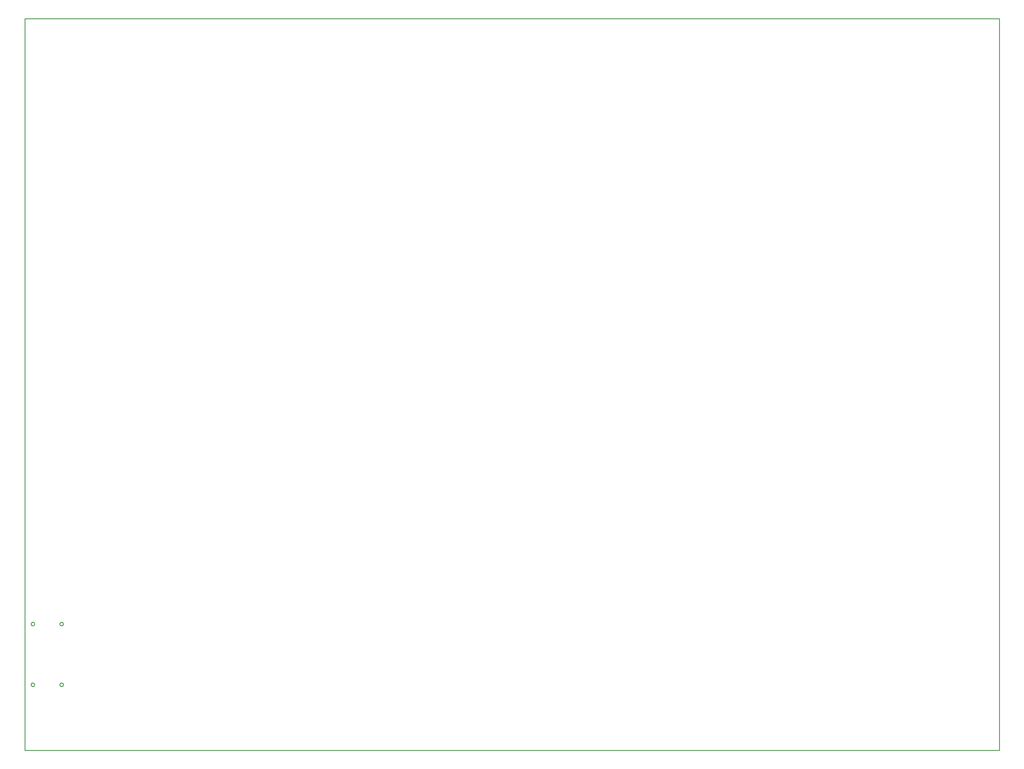
<source format=gbr>
G04 EAGLE Gerber RS-274X export*
G75*
%MOMM*%
%FSLAX34Y34*%
%LPD*%
%IN*%
%IPPOS*%
%AMOC8*
5,1,8,0,0,1.08239X$1,22.5*%
G01*
%ADD10C,0.254000*%


D10*
X0Y0D02*
X3050000Y0D01*
X3050000Y2290000D01*
X0Y2290000D01*
X0Y0D01*
X30500Y395709D02*
X30431Y396323D01*
X30293Y396925D01*
X30089Y397508D01*
X29821Y398065D01*
X29493Y398588D01*
X29108Y399071D01*
X28671Y399508D01*
X28188Y399893D01*
X27665Y400221D01*
X27108Y400489D01*
X26525Y400693D01*
X25923Y400831D01*
X25309Y400900D01*
X24691Y400900D01*
X24077Y400831D01*
X23475Y400693D01*
X22892Y400489D01*
X22335Y400221D01*
X21812Y399893D01*
X21329Y399508D01*
X20893Y399071D01*
X20507Y398588D01*
X20179Y398065D01*
X19911Y397508D01*
X19707Y396925D01*
X19569Y396323D01*
X19500Y395709D01*
X19500Y395091D01*
X19569Y394477D01*
X19707Y393875D01*
X19911Y393292D01*
X20179Y392735D01*
X20507Y392212D01*
X20893Y391729D01*
X21329Y391293D01*
X21812Y390907D01*
X22335Y390579D01*
X22892Y390311D01*
X23475Y390107D01*
X24077Y389969D01*
X24691Y389900D01*
X25309Y389900D01*
X25923Y389969D01*
X26525Y390107D01*
X27108Y390311D01*
X27665Y390579D01*
X28188Y390907D01*
X28671Y391293D01*
X29108Y391729D01*
X29493Y392212D01*
X29821Y392735D01*
X30089Y393292D01*
X30293Y393875D01*
X30431Y394477D01*
X30500Y395091D01*
X30500Y395709D01*
X120500Y395709D02*
X120431Y396323D01*
X120293Y396925D01*
X120089Y397508D01*
X119821Y398065D01*
X119493Y398588D01*
X119108Y399071D01*
X118671Y399508D01*
X118188Y399893D01*
X117665Y400221D01*
X117108Y400489D01*
X116525Y400693D01*
X115923Y400831D01*
X115309Y400900D01*
X114691Y400900D01*
X114077Y400831D01*
X113475Y400693D01*
X112892Y400489D01*
X112335Y400221D01*
X111812Y399893D01*
X111329Y399508D01*
X110893Y399071D01*
X110507Y398588D01*
X110179Y398065D01*
X109911Y397508D01*
X109707Y396925D01*
X109569Y396323D01*
X109500Y395709D01*
X109500Y395091D01*
X109569Y394477D01*
X109707Y393875D01*
X109911Y393292D01*
X110179Y392735D01*
X110507Y392212D01*
X110893Y391729D01*
X111329Y391293D01*
X111812Y390907D01*
X112335Y390579D01*
X112892Y390311D01*
X113475Y390107D01*
X114077Y389969D01*
X114691Y389900D01*
X115309Y389900D01*
X115923Y389969D01*
X116525Y390107D01*
X117108Y390311D01*
X117665Y390579D01*
X118188Y390907D01*
X118671Y391293D01*
X119108Y391729D01*
X119493Y392212D01*
X119821Y392735D01*
X120089Y393292D01*
X120293Y393875D01*
X120431Y394477D01*
X120500Y395091D01*
X120500Y395709D01*
X30500Y205709D02*
X30431Y206323D01*
X30293Y206925D01*
X30089Y207508D01*
X29821Y208065D01*
X29493Y208588D01*
X29108Y209071D01*
X28671Y209508D01*
X28188Y209893D01*
X27665Y210221D01*
X27108Y210489D01*
X26525Y210693D01*
X25923Y210831D01*
X25309Y210900D01*
X24691Y210900D01*
X24077Y210831D01*
X23475Y210693D01*
X22892Y210489D01*
X22335Y210221D01*
X21812Y209893D01*
X21329Y209508D01*
X20893Y209071D01*
X20507Y208588D01*
X20179Y208065D01*
X19911Y207508D01*
X19707Y206925D01*
X19569Y206323D01*
X19500Y205709D01*
X19500Y205091D01*
X19569Y204477D01*
X19707Y203875D01*
X19911Y203292D01*
X20179Y202735D01*
X20507Y202212D01*
X20893Y201729D01*
X21329Y201293D01*
X21812Y200907D01*
X22335Y200579D01*
X22892Y200311D01*
X23475Y200107D01*
X24077Y199969D01*
X24691Y199900D01*
X25309Y199900D01*
X25923Y199969D01*
X26525Y200107D01*
X27108Y200311D01*
X27665Y200579D01*
X28188Y200907D01*
X28671Y201293D01*
X29108Y201729D01*
X29493Y202212D01*
X29821Y202735D01*
X30089Y203292D01*
X30293Y203875D01*
X30431Y204477D01*
X30500Y205091D01*
X30500Y205709D01*
X120500Y205709D02*
X120431Y206323D01*
X120293Y206925D01*
X120089Y207508D01*
X119821Y208065D01*
X119493Y208588D01*
X119108Y209071D01*
X118671Y209508D01*
X118188Y209893D01*
X117665Y210221D01*
X117108Y210489D01*
X116525Y210693D01*
X115923Y210831D01*
X115309Y210900D01*
X114691Y210900D01*
X114077Y210831D01*
X113475Y210693D01*
X112892Y210489D01*
X112335Y210221D01*
X111812Y209893D01*
X111329Y209508D01*
X110893Y209071D01*
X110507Y208588D01*
X110179Y208065D01*
X109911Y207508D01*
X109707Y206925D01*
X109569Y206323D01*
X109500Y205709D01*
X109500Y205091D01*
X109569Y204477D01*
X109707Y203875D01*
X109911Y203292D01*
X110179Y202735D01*
X110507Y202212D01*
X110893Y201729D01*
X111329Y201293D01*
X111812Y200907D01*
X112335Y200579D01*
X112892Y200311D01*
X113475Y200107D01*
X114077Y199969D01*
X114691Y199900D01*
X115309Y199900D01*
X115923Y199969D01*
X116525Y200107D01*
X117108Y200311D01*
X117665Y200579D01*
X118188Y200907D01*
X118671Y201293D01*
X119108Y201729D01*
X119493Y202212D01*
X119821Y202735D01*
X120089Y203292D01*
X120293Y203875D01*
X120431Y204477D01*
X120500Y205091D01*
X120500Y205709D01*
M02*

</source>
